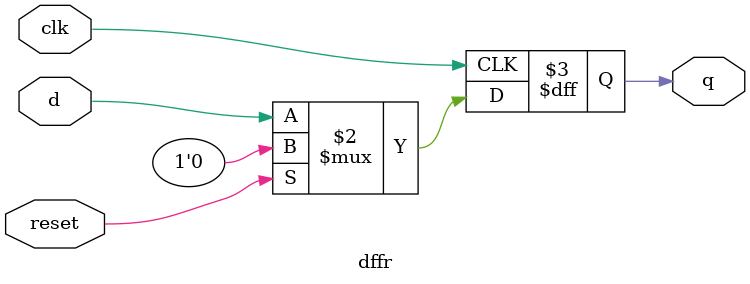
<source format=v>
module top_module (
    input clk,
    input reset,            // Synchronous reset
    input [7:0] d,
    output [7:0] q
);
    genvar i;
    generate
        for(i = 0; i < 8; i++) begin : loop
            dffr dff0(.clk(clk), .reset(reset), .d(d[i]), .q(q[i]));
        end
    endgenerate

endmodule

module dffr (
    input clk,
    input reset,
    input d,
    output q
);
    
    always @(posedge clk) begin
        q <= reset ? 1'd0 : d;
    end

endmodule

</source>
